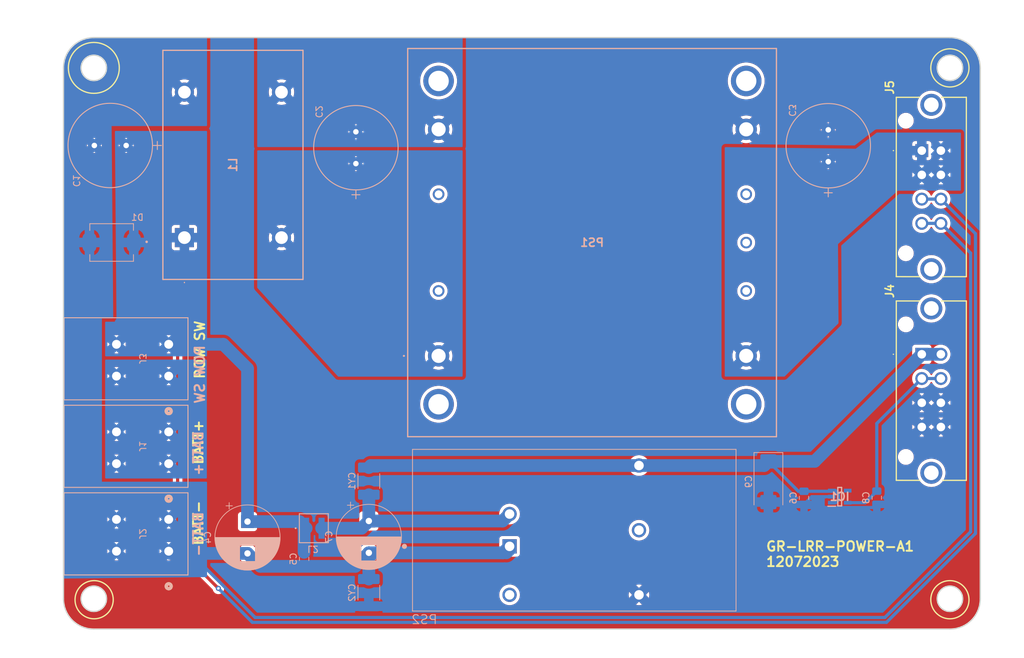
<source format=kicad_pcb>
(kicad_pcb (version 20221018) (generator pcbnew)
  (layers (0 "F.Cu" signal) (31 "B.Cu" signal) (34 "B.Paste" user) (35 "F.Paste" user) (36 "B.SilkS" user "B.Silkscreen") (37 "F.SilkS" user "F.Silkscreen") (38 "B.Mask" user) (39 "F.Mask" user) (44 "Edge.Cuts" user))
  (net 0 "")
  (net 1 "+3.3V")
  (net 2 "+5V")
  (net 3 "+24V")
  (net 4 "GND")
  (net 5 "Net-(PS2-VIN)")
  (net 9 "BATT+")
  (net 10 "BATT-")
  (net 20 "Net-(PS1-+VIN)")
  (net 21 "Net-(PS1--VIN)")
  (net 24 "Net-(J1-Pad1_1)")
  (footprint "FX30B-4P-3.81DSA25:FX30B4P381DSA25" (layer "F.Cu") (at 154.526 38.952 90)
    (fp_text reference "J5" (at 9.936 -5.03 90) (layer "F.SilkS") (effects (font (size 1.27 1.27) (thickness 0.254))))
    (fp_text value "FX30B-4P-3.81DSA25" hide)
    (pad "" np_thru_hole circle (at -16.13 -2.5 90) (size 2 2) (drill 2) (layers "*.Cu" "*.Mask"))
    (pad "" np_thru_hole circle (at 4.7 -2.5 90) (size 2 2) (drill 2) (layers "*.Cu" "*.Mask"))
    (pad "A1" thru_hole rect (at 0 0 90) (size 2.025 2.025) (drill 1.35) (layers "*.Cu" "*.Mask") (net 3 "+24V"))
    (pad "A2" thru_hole circle (at 0 3 90) (size 2.025 2.025) (drill 1.35) (layers "*.Cu" "*.Mask") (net 3 "+24V"))
    (pad "B1" thru_hole circle (at -3.81 0 90) (size 2.025 2.025) (drill 1.35) (layers "*.Cu" "*.Mask") (net 3 "+24V"))
    (pad "B2" thru_hole circle (at -3.81 3 90) (size 2.025 2.025) (drill 1.35) (layers "*.Cu" "*.Mask") (net 3 "+24V"))
    (pad "C1" thru_hole circle (at -7.62 0 90) (size 2.025 2.025) (drill 1.35) (layers "*.Cu" "*.Mask") (net 9 "BATT+"))
    (pad "C2" thru_hole circle (at -7.62 3 90) (size 2.025 2.025) (drill 1.35) (layers "*.Cu" "*.Mask") (net 9 "BATT+"))
    (pad "D1" thru_hole circle (at -11.43 0 90) (size 2.025 2.025) (drill 1.35) (layers "*.Cu" "*.Mask") (net 10 "BATT-"))
    (pad "D2" thru_hole circle (at -11.43 3 90) (size 2.025 2.025) (drill 1.35) (layers "*.Cu" "*.Mask") (net 10 "BATT-"))
    (pad "MH1" thru_hole circle (at 7.2 1.5 90) (size 3.45 3.45) (drill 2.3) (layers "*.Cu" "*.Mask"))
    (pad "MH2" thru_hole circle (at -18.63 1.5 90) (size 3.45 3.45) (drill 2.3) (layers "*.Cu" "*.Mask"))
  )
  (footprint "FX30B-4P-3.81DSA25:FX30B4P381DSA25" (layer "F.Cu") (at 154.526 70.952 90)
    (fp_text reference "J4" (at 9.936 -5.03 90) (layer "F.SilkS") (effects (font (size 1.27 1.27) (thickness 0.254))))
    (fp_text value "FX30B-4P-3.81DSA25" hide)
    (pad "" np_thru_hole circle (at -16.13 -2.5 90) (size 2 2) (drill 2) (layers "F&B.Cu" "*.Mask"))
    (pad "" np_thru_hole circle (at 4.7 -2.5 90) (size 2 2) (drill 2) (layers "F&B.Cu" "*.Mask"))
    (pad "A1" thru_hole rect (at 0 0 90) (size 2.025 2.025) (drill 1.35) (layers "*.Cu" "*.Mask") (net 2 "+5V"))
    (pad "A2" thru_hole circle (at 0 3 90) (size 2.025 2.025) (drill 1.35) (layers "*.Cu" "*.Mask") (net 2 "+5V"))
    (pad "B1" thru_hole circle (at -3.81 0 90) (size 2.025 2.025) (drill 1.35) (layers "*.Cu" "*.Mask") (net 1 "+3.3V"))
    (pad "B2" thru_hole circle (at -3.81 3 90) (size 2.025 2.025) (drill 1.35) (layers "*.Cu" "*.Mask") (net 1 "+3.3V"))
    (pad "C1" thru_hole circle (at -7.62 0 90) (size 2.025 2.025) (drill 1.35) (layers "*.Cu" "*.Mask") (net 4 "GND"))
    (pad "C2" thru_hole circle (at -7.62 3 90) (size 2.025 2.025) (drill 1.35) (layers "*.Cu" "*.Mask") (net 4 "GND"))
    (pad "D1" thru_hole circle (at -11.43 0 90) (size 2.025 2.025) (drill 1.35) (layers "*.Cu" "*.Mask") (net 4 "GND"))
    (pad "D2" thru_hole circle (at -11.43 3 90) (size 2.025 2.025) (drill 1.35) (layers "*.Cu" "*.Mask") (net 4 "GND"))
    (pad "MH1" thru_hole circle (at 7.2 1.5 90) (size 3.45 3.45) (drill 2.3) (layers "*.Cu" "*.Mask"))
    (pad "MH2" thru_hole circle (at -18.63 1.5 90) (size 3.45 3.45) (drill 2.3) (layers "*.Cu" "*.Mask"))
  )
  (footprint "Capacitor_SMD:C_1812_4532Metric_Pad1.57x3.40mm_HandSolder" (layer "B.Cu") (at 67.706 108.409677 -90)
    (fp_text reference "CY2" (at 0 2.65 90) (layer "B.SilkS") (effects (justify mirror)))
    (fp_text value "1nF, 2kV")
    (pad "1" smd roundrect (at -2.1375 0 270) (size 1.575 3.4) (layers "B.Cu" "B.Paste" "B.Mask") (roundrect_rratio 0.1587301587) (net 10 "BATT-"))
    (pad "2" smd roundrect (at 2.1375 0 270) (size 1.575 3.4) (layers "B.Cu" "B.Paste" "B.Mask") (roundrect_rratio 0.1587301587) (net 4 "GND"))
  )
  (footprint "2604-1102:2604-1102" (layer "B.Cu") (at 36.281999 88.142 90)
    (fp_text reference "J1" (at 2.725001 -4.099999 270 unlocked) (layer "B.SilkS") (effects (justify mirror)))
    (fp_text value "BATT1")
    (pad "1_1" thru_hole circle (at 0 0 90) (size 1.905 1.905) (drill 1.397) (layers "*.Cu" "*.Mask") (net 24 "Net-(J1-Pad1_1)"))
    (pad "1_2" thru_hole circle (at 0 -8.199999 90) (size 1.905 1.905) (drill 1.397) (layers "*.Cu" "*.Mask") (net 24 "Net-(J1-Pad1_1)"))
    (pad "2_1" thru_hole circle (at 5 0 90) (size 1.905 1.905) (drill 1.397) (layers "*.Cu" "*.Mask") (net 24 "Net-(J1-Pad1_1)"))
    (pad "2_2" thru_hole circle (at 5 -8.199999 90) (size 1.905 1.905) (drill 1.397) (layers "*.Cu" "*.Mask") (net 24 "Net-(J1-Pad1_1)"))
  )
  (footprint "100PX220MEFC12.5X20:CAP_PK&slash_PZ_12P5X20_LOW_RUB" (layer "B.Cu") (at 139.842 40.684 90)
    (fp_text reference "C3" (at 8.05625 -5.6642 270 unlocked) (layer "B.SilkS") (effects (justify mirror)))
    (fp_text value "100PX220MEFC12.5X20")
    (pad "1" thru_hole circle (at 0 0 90) (size 1.3716 1.3716) (drill 0.8636) (layers "*.Cu" "*.Mask") (net 3 "+24V"))
    (pad "2" thru_hole circle (at 5 0 90) (size 1.3716 1.3716) (drill 0.8636) (layers "*.Cu" "*.Mask") (net 4 "GND"))
  )
  (footprint "Capacitor_THT:CP_Radial_D10.0mm_P5.00mm" (layer "B.Cu") (at 67.706 97.152 -90)
    (fp_text reference "C7" (at 2.5 6.25 90) (layer "B.SilkS") (effects (justify mirror)))
    (fp_text value "330uF, 50V")
    (pad "1" thru_hole rect (at 0 0 270) (size 2 2) (drill 1) (layers "*.Cu" "*.Mask") (net 5 "Net-(PS2-VIN)"))
    (pad "2" thru_hole circle (at 5 0 270) (size 2 2) (drill 1) (layers "*.Cu" "*.Mask") (net 10 "BATT-"))
  )
  (footprint "Capacitor_SMD:C_0805_2012Metric_Pad1.18x1.45mm_HandSolder" (layer "B.Cu") (at 57.546 103.111723 -90)
    (fp_text reference "C5" (at 0 1.68 90) (layer "B.SilkS") (effects (justify mirror)))
    (fp_text value "1uF, 50v")
    (pad "1" smd roundrect (at -1.0375 0 270) (size 1.175 1.45) (layers "B.Cu" "B.Paste" "B.Mask") (roundrect_rratio 0.2127659574) (net 9 "BATT+"))
    (pad "2" smd roundrect (at 1.0375 0 270) (size 1.175 1.45) (layers "B.Cu" "B.Paste" "B.Mask") (roundrect_rratio 0.2127659574) (net 10 "BATT-"))
  )
  (footprint "Capacitor_SMD:C_1812_4532Metric_Pad1.57x3.40mm_HandSolder" (layer "B.Cu") (at 67.706 90.883677 -90)
    (fp_text reference "CY1" (at 0 2.65 90) (layer "B.SilkS") (effects (justify mirror)))
    (fp_text value "1nF, 2kV")
    (pad "1" smd roundrect (at -2.1375 0 270) (size 1.575 3.4) (layers "B.Cu" "B.Paste" "B.Mask") (roundrect_rratio 0.1587301587) (net 2 "+5V"))
    (pad "2" smd roundrect (at 2.1375 0 270) (size 1.575 3.4) (layers "B.Cu" "B.Paste" "B.Mask") (roundrect_rratio 0.1587301587) (net 5 "Net-(PS2-VIN)"))
  )
  (footprint "XGL4018-472MEC:IND_XGL4018_COC-M" (layer "B.Cu") (at 59.07 98.285723)
    (fp_text reference "L2" (at -0.1397 3.2766 -180 unlocked) (layer "B.SilkS") (effects (justify mirror)))
    (fp_text value "4.7uH, 3.1A (4.7UH, 3.3)")
    (pad "1" smd rect (at -1.2192 0) (size 0.9652 3.302) (layers "B.Cu" "B.Paste" "B.Mask") (net 9 "BATT+"))
    (pad "2" smd rect (at 1.2192 0) (size 0.9652 3.302) (layers "B.Cu" "B.Paste" "B.Mask") (net 5 "Net-(PS2-VIN)"))
  )
  (footprint "2604-1102:2604-1102" (layer "B.Cu") (at 36.281999 74.386 90)
    (fp_text reference "J3" (at 2.725001 -4.099999 270 unlocked) (layer "B.SilkS") (effects (justify mirror)))
    (fp_text value "POW_SW")
    (pad "1_1" thru_hole circle (at 0 0 90) (size 1.905 1.905) (drill 1.397) (layers "*.Cu" "*.Mask") (net 24 "Net-(J1-Pad1_1)"))
    (pad "1_2" thru_hole circle (at 0 -8.199999 90) (size 1.905 1.905) (drill 1.397) (layers "*.Cu" "*.Mask") (net 24 "Net-(J1-Pad1_1)"))
    (pad "2_1" thru_hole circle (at 5 0 90) (size 1.905 1.905) (drill 1.397) (layers "*.Cu" "*.Mask") (net 9 "BATT+"))
    (pad "2_2" thru_hole circle (at 5 -8.199999 90) (size 1.905 1.905) (drill 1.397) (layers "*.Cu" "*.Mask") (net 9 "BATT+"))
  )
  (footprint "Capacitor_SMD:C_0805_2012Metric_Pad1.18x1.45mm_HandSolder" (layer "B.Cu") (at 136.032 93.516 -90)
    (fp_text reference "C6" (at 0 1.68 90) (layer "B.SilkS") (effects (justify mirror)))
    (fp_text value "1uF, 10V")
    (pad "1" smd roundrect (at -1.0375 0 270) (size 1.175 1.45) (layers "B.Cu" "B.Paste" "B.Mask") (roundrect_rratio 0.2127659574) (net 2 "+5V"))
    (pad "2" smd roundrect (at 1.0375 0 270) (size 1.175 1.45) (layers "B.Cu" "B.Paste" "B.Mask") (roundrect_rratio 0.2127659574) (net 4 "GND"))
  )
  (footprint "047700:047700" (layer "B.Cu") (at 38.75 52.622 90)
    (fp_text reference "L1" (at 11.43 7.62 90) (layer "B.SilkS") (effects (font (size 1.27 1.27) (thickness 0.254)) (justify mirror)))
    (fp_text value "047700" hide)
    (pad "1" thru_hole rect (at 0 0 90) (size 3 3) (drill 2) (layers "*.Cu" "*.Mask") (net 9 "BATT+"))
    (pad "2" thru_hole circle (at 22.86 0 90) (size 3 3) (drill 2) (layers "*.Cu" "*.Mask") (net 10 "BATT-"))
    (pad "3" thru_hole circle (at 22.86 15.24 90) (size 3 3) (drill 2) (layers "*.Cu" "*.Mask") (net 21 "Net-(PS1--VIN)"))
    (pad "4" thru_hole circle (at 0 15.24 90) (size 3 3) (drill 2) (layers "*.Cu" "*.Mask") (net 20 "Net-(PS1-+VIN)"))
  )
  (footprint "Capacitor_THT:CP_Radial_D10.0mm_P5.00mm" (layer "B.Cu") (at 48.656 97.244323 -90)
    (fp_text reference "C4" (at 2.5 6.25 90) (layer "B.SilkS") (effects (justify mirror)))
    (fp_text value "330uF, 50V")
    (pad "1" thru_hole rect (at 0 0 270) (size 2 2) (drill 1) (layers "*.Cu" "*.Mask") (net 9 "BATT+"))
    (pad "2" thru_hole circle (at 5 0 270) (size 2 2) (drill 1) (layers "*.Cu" "*.Mask") (net 10 "BATT-"))
  )
  (footprint "Capacitor_Tantalum_SMD:CP_EIA-7343-15_Kemet-W_Pad2.25x2.55mm_HandSolder" (layer "B.Cu") (at 130.444 90.976 -90)
    (fp_text reference "C9" (at 0 3.1 90) (layer "B.SilkS") (effects (justify mirror)))
    (fp_text value "470uF, 10V")
    (pad "1" smd roundrect (at -3.2 0 270) (size 2.25 2.55) (layers "B.Cu" "B.Paste" "B.Mask") (roundrect_rratio 0.1111111111) (net 2 "+5V"))
    (pad "2" smd roundrect (at 3.2 0 270) (size 2.25 2.55) (layers "B.Cu" "B.Paste" "B.Mask") (roundrect_rratio 0.1111111111) (net 4 "GND"))
  )
  (footprint "QSB30024S24:QSB30024S24" (layer "B.Cu") (at 78.658 71.204)
    (fp_text reference "PS1" (at 24.1 -17.8) (layer "B.SilkS") (effects (font (size 1.27 1.27) (thickness 0.254)) (justify mirror)))
    (fp_text value "QSB30024S24" hide)
    (pad "1" thru_hole circle (at 0 0) (size 3.345 3.345) (drill 2.23) (layers "*.Cu" "*.Mask") (net 20 "Net-(PS1-+VIN)"))
    (pad "2" thru_hole circle (at 0 -10.2) (size 1.83 1.83) (drill 1.22) (layers "*.Cu" "*.Mask"))
    (pad "3" thru_hole circle (at 0 -25.4) (size 1.83 1.83) (drill 1.22) (layers "*.Cu" "*.Mask"))
    (pad "4" thru_hole circle (at 0 -35.6) (size 3.345 3.345) (drill 2.23) (layers "*.Cu" "*.Mask") (net 21 "Net-(PS1--VIN)"))
    (pad "5" thru_hole circle (at 48.3 -35.6) (size 3.345 3.345) (drill 2.23) (layers "*.Cu" "*.Mask") (net 4 "GND"))
    (pad "6" thru_hole circle (at 48.3 -25.4) (size 1.83 1.83) (drill 1.22) (layers "*.Cu" "*.Mask"))
    (pad "7" thru_hole circle (at 48.3 -17.8) (size 1.83 1.83) (drill 1.22) (layers "*.Cu" "*.Mask"))
    (pad "8" thru_hole circle (at 48.3 -10.2) (size 1.83 1.83) (drill 1.22) (layers "*.Cu" "*.Mask"))
    (pad "9" thru_hole circle (at 48.3 0) (size 3.345 3.345) (drill 2.23) (layers "*.Cu" "*.Mask") (net 3 "+24V"))
    (pad "MH1" thru_hole circle (at 0 7.6) (size 4.8 4.8) (drill 3.2) (layers "*.Cu" "*.Mask"))
    (pad "MH2" thru_hole circle (at 0 -43.2) (size 4.8 4.8) (drill 3.2) (layers "*.Cu" "*.Mask"))
    (pad "MH3" thru_hole circle (at 48.3 7.6) (size 4.8 4.8) (drill 3.2) (layers "*.Cu" "*.Mask"))
    (pad "MH4" thru_hole circle (at 48.3 -43.2) (size 4.8 4.8) (drill 3.2) (layers "*.Cu" "*.Mask"))
  )
  (footprint "PYBE20-Q24-S5:CONV_PYBE20-Q24-S5" (layer "B.Cu") (at 99.964 98.596)
    (fp_text reference "PS2" (at -23.5321 14.0462) (layer "B.SilkS") (effects (font (size 1.4 1.4)) (justify mirror)))
    (fp_text value "PYBE20-Q24-S5")
    (pad "1" thru_hole rect (at -10.16 2.54) (size 2.25 2.25) (drill 1.5) (layers "*.Cu" "*.Mask") (net 10 "BATT-"))
    (pad "2" thru_hole circle (at -10.16 -2.54) (size 2.25 2.25) (drill 1.5) (layers "*.Cu" "*.Mask") (net 5 "Net-(PS2-VIN)"))
    (pad "3" thru_hole circle (at 10.16 -10.16) (size 2.25 2.25) (drill 1.5) (layers "*.Cu" "*.Mask") (net 2 "+5V"))
    (pad "4" thru_hole circle (at 10.16 0) (size 2.25 2.25) (drill 1.5) (layers "*.Cu" "*.Mask"))
    (pad "5" thru_hole circle (at 10.16 10.16) (size 2.25 2.25) (drill 1.5) (layers "*.Cu" "*.Mask") (net 4 "GND"))
    (pad "6" thru_hole circle (at -10.16 10.16) (size 2.25 2.25) (drill 1.5) (layers "*.Cu" "*.Mask"))
  )
  (footprint "TLV75533PDBVR:SOT95P280X145-5N" (layer "B.Cu") (at 141.64 93.328)
    (fp_text reference "IC1" (at 0 0 180) (layer "B.SilkS") (effects (font (size 1.27 1.27) (thickness 0.254)) (justify mirror)))
    (fp_text value "TLV75533PDBVR" hide)
    (pad "1" smd rect (at -1.25 0.95 270) (size 0.6 1.2) (layers "B.Cu" "B.Paste" "B.Mask") (net 2 "+5V"))
    (pad "2" smd rect (at -1.25 0 270) (size 0.6 1.2) (layers "B.Cu" "B.Paste" "B.Mask") (net 4 "GND"))
    (pad "3" smd rect (at -1.25 -0.95 270) (size 0.6 1.2) (layers "B.Cu" "B.Paste" "B.Mask") (net 2 "+5V"))
    (pad "4" smd rect (at 1.25 -0.95 270) (size 0.6 1.2) (layers "B.Cu" "B.Paste" "B.Mask"))
    (pad "5" smd rect (at 1.25 0.95 270) (size 0.6 1.2) (layers "B.Cu" "B.Paste" "B.Mask") (net 1 "+3.3V"))
  )
  (footprint "2604-1102:2604-1102" (layer "B.Cu") (at 36.281999 101.898 90)
    (fp_text reference "J2" (at 2.725001 -4.099999 270 unlocked) (layer "B.SilkS") (effects (justify mirror)))
    (fp_text value "BATT2")
    (pad "1_1" thru_hole circle (at 0 0 90) (size 1.905 1.905) (drill 1.397) (layers "*.Cu" "*.Mask") (net 10 "BATT-"))
    (pad "1_2" thru_hole circle (at 0 -8.199999 90) (size 1.905 1.905) (drill 1.397) (layers "*.Cu" "*.Mask") (net 10 "BATT-"))
    (pad "2_1" thru_hole circle (at 5 0 90) (size 1.905 1.905) (drill 1.397) (layers "*.Cu" "*.Mask") (net 10 "BATT-"))
    (pad "2_2" thru_hole circle (at 5 -8.199999 90) (size 1.905 1.905) (drill 1.397) (layers "*.Cu" "*.Mask") (net 10 "BATT-"))
  )
  (footprint "Capacitor_SMD:C_0805_2012Metric_Pad1.18x1.45mm_HandSolder" (layer "B.Cu") (at 147.462 93.4945 -90)
    (fp_text reference "C8" (at 0 1.68 90) (layer "B.SilkS") (effects (justify mirror)))
    (fp_text value "1uF, 10V")
    (pad "1" smd roundrect (at -1.0375 0 270) (size 1.175 1.45) (layers "B.Cu" "B.Paste" "B.Mask") (roundrect_rratio 0.2127659574) (net 1 "+3.3V"))
    (pad "2" smd roundrect (at 1.0375 0 270) (size 1.175 1.45) (layers "B.Cu" "B.Paste" "B.Mask") (roundrect_rratio 0.2127659574) (net 4 "GND"))
  )
  (footprint "100PX220MEFC12.5X20:CAP_PK&slash_PZ_12P5X20_LOW_RUB" (layer "B.Cu") (at 65.674 40.99325 90)
    (fp_text reference "C2" (at 8.1496 -5.8204 270 unlocked) (layer "B.SilkS") (effects (justify mirror)))
    (fp_text value "100PX220MEFC12.5X20")
    (pad "1" thru_hole circle (at 0 0 90) (size 1.3716 1.3716) (drill 0.8636) (layers "*.Cu" "*.Mask") (net 20 "Net-(PS1-+VIN)"))
    (pad "2" thru_hole circle (at 5 0 90) (size 1.3716 1.3716) (drill 0.8636) (layers "*.Cu" "*.Mask") (net 21 "Net-(PS1--VIN)"))
  )
  (footprint "SMCJ40A:DIOM7959X262N" (layer "B.Cu") (at 27.32 53.384 180)
    (fp_text reference "D1" (at -4.0386 3.937) (layer "B.SilkS") (effects (justify mirror)))
    (fp_text value "SMCJ40A")
    (pad "A" smd roundrect (at 3.485 0 180) (size 2.18 3.12) (layers "B.Cu" "B.Paste" "B.Mask") (roundrect_rratio 0.39) (net 10 "BATT-"))
    (pad "C" smd roundrect (at -3.485 0 180) (size 2.18 3.12) (layers "B.Cu" "B.Paste" "B.Mask") (roundrect_rratio 0.39) (net 9 "BATT+"))
  )
  (footprint "100PX220MEFC12.5X20:CAP_PK&slash_PZ_12P5X20_LOW_RUB" (layer "B.Cu") (at 29.606 38.144 180)
    (fp_text reference "C1" (at 7.82765 -5.5372 270 unlocked) (layer "B.SilkS") (effects (justify mirror)))
    (fp_text value "100PX220MEFC12.5X20")
    (pad "1" thru_hole circle (at 0 0 180) (size 1.3716 1.3716) (drill 0.8636) (layers "*.Cu" "*.Mask") (net 9 "BATT+"))
    (pad "2" thru_hole circle (at 5 0 180) (size 1.3716 1.3716) (drill 0.8636) (layers "*.Cu" "*.Mask") (net 10 "BATT-"))
  )
  (gr_circle (center 158.94 109.518) (end 161.94 109.518) (stroke (width 0.2)) (fill none) (layer "F.SilkS"))
  (gr_circle (center 24.526 25.952) (end 28.526 25.952) (stroke (width 0.2)) (fill none) (layer "F.SilkS"))
  (gr_circle (center 158.94 25.952) (end 161.94 25.952) (stroke (width 0.2)) (fill none) (layer "F.SilkS"))
  (gr_circle (center 24.574 109.518) (end 27.574 109.518) (stroke (width 0.2)) (fill none) (layer "F.SilkS"))
  (gr_arc (start 163.71094 109.37124) (mid 162.316029 112.738826) (end 158.94844 114.13374) (stroke (width 0.2)) (layer "Edge.Cuts"))
  (gr_arc (start 24.526 114.13374) (mid 21.158404 112.738836) (end 19.7635 109.37124) (stroke (width 0.2)) (layer "Edge.Cuts"))
  (gr_line (start 24.526 21.1895) (end 158.94844 21.1895) (stroke (width 0.2)) (layer "Edge.Cuts"))
  (gr_circle (center 24.526 109.37124) (end 26.526 109.37124) (stroke (width 0.2)) (fill none) (layer "Edge.Cuts"))
  (gr_arc (start 19.7635 25.952) (mid 21.158404 22.584404) (end 24.526 21.1895) (stroke (width 0.2)) (layer "Edge.Cuts"))
  (gr_circle (center 24.526 25.952) (end 26.526 25.952) (stroke (width 0.2)) (fill none) (layer "Edge.Cuts"))
  (gr_arc (start 158.94844 21.1895) (mid 162.316038 22.584403) (end 163.71094 25.952) (stroke (width 0.2)) (layer "Edge.Cuts"))
  (gr_circle (center 158.94844 109.37124) (end 160.94844 109.37124) (stroke (width 0.2)) (fill none) (layer "Edge.Cuts"))
  (gr_circle (center 158.94844 25.952) (end 160.94844 25.952) (stroke (width 0.2)) (fill none) (layer "Edge.Cuts"))
  (gr_line (start 163.71094 25.952) (end 163.71094 109.37124) (stroke (width 0.2)) (layer "Edge.Cuts"))
  (gr_line (start 24.526 114.13374) (end 158.94844 114.13374) (stroke (width 0.2)) (layer "Edge.Cuts"))
  (gr_line (start 19.7635 25.952) (end 19.7635 109.37124) (stroke (width 0.2)) (layer "Edge.Cuts"))
  (gr_text "BATT-" (at 41.798 95.548 90) (layer "B.SilkS") (effects (font (size 1.5 1.5) (thickness 0.3) bold) (justify left bottom mirror)))
  (gr_text "POW SW" (at 42.052 69.386 90) (layer "B.SilkS") (effects (font (size 1.5 1.5) (thickness 0.3) bold) (justify left bottom mirror)))
  (gr_text "BATT+" (at 41.798 82.848 90) (layer "B.SilkS") (effects (font (size 1.5 1.5) (thickness 0.3) bold) (justify left bottom mirror)))
  (gr_text "BATT+" (at 41.798 88.436 90) (layer "F.SilkS") (effects (font (size 1.5 1.5) (thickness 0.3) bold) (justify left bottom)))
  (gr_text "BATT-" (at 41.798 101.136 90) (layer "F.SilkS") (effects (font (size 1.5 1.5) (thickness 0.3) bold) (justify left bottom)))
  (gr_text "GR-LRR-POWER-A1\n12072023" (at 129.936 104.438) (layer "F.SilkS") (effects (font (size 1.5 1.5) (thickness 0.3) bold) (justify left bottom)))
  (gr_text "POW SW" (at 42.052 74.974 90) (layer "F.SilkS") (effects (font (size 1.5 1.5) (thickness 0.3) bold) (justify left bottom)))
  (segment (start 147.462 92.457) (end 147.462 81.826) (width 0.5) (layer "B.Cu") (net 1))
  (segment (start 142.89 94.278) (end 145.641 94.278) (width 0.5) (layer "B.Cu") (net 1))
  (segment (start 147.462 81.826) (end 154.526 74.762) (width 0.5) (layer "B.Cu") (net 1))
  (segment (start 154.526 74.762) (end 157.526 74.762) (width 0.5) (layer "B.Cu") (net 1))
  (segment (start 145.641 94.278) (end 147.462 92.457) (width 0.5) (layer "B.Cu") (net 1))
  (segment (start 110.124 88.436) (end 68.016177 88.436) (width 2) (layer "B.Cu") (net 2))
  (segment (start 68.016177 88.436) (end 67.706 88.746177) (width 2) (layer "B.Cu") (net 2))
  (segment (start 140.99 92.378) (end 140.39 92.378) (width 0.5) (layer "B.Cu") (net 2))
  (segment (start 140.39 94.278) (end 140.99 94.278) (width 0.5) (layer "B.Cu") (net 2))
  (segment (start 130.444 87.776) (end 137.702 87.776) (width 2) (layer "B.Cu") (net 2))
  (segment (start 137.702 87.776) (end 154.526 70.952) (width 2) (layer "B.Cu") (net 2))
  (segment (start 154.526 70.952) (end 157.526 70.952) (width 2) (layer "B.Cu") (net 2))
  (segment (start 141.44 92.828) (end 140.99 92.378) (width 0.5) (layer "B.Cu") (net 2))
  (segment (start 135.1465 92.4785) (end 130.444 87.776) (width 0.5) (layer "B.Cu") (net 2))
  (segment (start 140.2895 92.4785) (end 140.39 92.378) (width 0.5) (layer "B.Cu") (net 2))
  (segment (start 136.032 92.4785) (end 140.2895 92.4785) (width 0.5) (layer "B.Cu") (net 2))
  (segment (start 129.784 88.436) (end 130.444 87.776) (width 2) (layer "B.Cu") (net 2))
  (segment (start 110.124 88.436) (end 129.784 88.436) (width 2) (layer "B.Cu") (net 2))
  (segment (start 136.032 92.4785) (end 135.1465 92.4785) (width 0.5) (layer "B.Cu") (net 2))
  (segment (start 141.44 93.828) (end 141.44 92.828) (width 0.5) (layer "B.Cu") (net 2))
  (segment (start 140.99 94.278) (end 141.44 93.828) (width 0.5) (layer "B.Cu") (net 2))
  (segment (start 137.2575 93.328) (end 136.032 94.5535) (width 0.5) (layer "B.Cu") (net 4))
  (segment (start 130.8215 94.5535) (end 130.444 94.176) (width 0.5) (layer "B.Cu") (net 4))
  (segment (start 136.5065 95.028) (end 136.032 94.5535) (width 0.5) (layer "B.Cu") (net 4))
  (segment (start 140.39 93.328) (end 137.2575 93.328) (width 0.5) (layer "B.Cu") (net 4))
  (segment (start 146.966 95.028) (end 136.5065 95.028) (width 0.5) (layer "B.Cu") (net 4))
  (segment (start 139.762 35.604) (end 139.842 35.684) (width 1) (layer "B.Cu") (net 4))
  (segment (start 136.032 94.5535) (end 130.8215 94.5535) (width 0.5) (layer "B.Cu") (net 4))
  (segment (start 147.462 94.532) (end 146.966 95.028) (width 0.5) (layer "B.Cu") (net 4))
  (segment (start 67.706 97.152) (end 67.706 93.021177) (width 2) (layer "B.Cu") (net 5))
  (segment (start 88.708 97.152) (end 89.804 96.056) (width 2) (layer "B.Cu") (net 5))
  (segment (start 60.2892 98.285723) (end 66.572277 98.285723) (width 2) (layer "B.Cu") (net 5))
  (segment (start 66.572277 98.285723) (end 67.706 97.152) (width 2) (layer "B.Cu") (net 5))
  (segment (start 67.706 97.152) (end 88.708 97.152) (width 2) (layer "B.Cu") (net 5))
  (segment (start 44.084 107.74) (end 37.684499 101.340499) (width 0.5) (layer "F.Cu") (net 9))
  (segment (start 37.684499 101.340499) (end 37.684499 70.7885) (width 0.5) (layer "F.Cu") (net 9))
  (segment (start 37.684499 70.7885) (end 36.281999 69.386) (width 0.5) (layer "F.Cu") (net 9))
  (via (at 44.084 107.74) (size 0.8) (drill 0.4) (layers "F.Cu" "B.Cu") (net 9))
  (segment (start 162.956 52.002) (end 162.956 99.104) (width 0.5) (layer "B.Cu") (net 9))
  (segment (start 44.846 69.386) (end 36.281999 69.386) (width 2) (layer "B.Cu") (net 9))
  (segment (start 148.986 113.074) (end 49.418 113.074) (width 0.5) (layer "B.Cu") (net 9))
  (segment (start 56.8094 97.244323) (end 57.8508 98.285723) (width 2) (layer "B.Cu") (net 9))
  (segment (start 157.526 46.572) (end 162.956 52.002) (width 0.5) (layer "B.Cu") (net 9))
  (segment (start 57.546 98.590523) (end 57.8508 98.285723) (width 2) (layer "B.Cu") (net 9))
  (segment (start 48.656 73.196) (end 44.846 69.386) (width 2) (layer "B.Cu") (net 9))
  (segment (start 48.656 97.244323) (end 48.656 73.196) (width 2) (layer "B.Cu") (net 9))
  (segment (start 49.418 113.074) (end 44.084 107.74) (width 0.5) (layer "B.Cu") (net 9))
  (segment (start 157.526 46.572) (end 154.526 46.572) (width 0.5) (layer "B.Cu") (net 9))
  (segment (start 57.546 102.074223) (end 57.546 98.590523) (width 2) (layer "B.Cu") (net 9))
  (segment (start 48.656 97.244323) (end 56.8094 97.244323) (width 2) (layer "B.Cu") (net 9))
  (segment (start 162.956 99.104) (end 148.986 113.074) (width 0.5) (layer "B.Cu") (net 9))
  (segment (start 49.858082 112.312) (end 39.444082 101.898) (width 0.5) (layer "B.Cu") (net 10))
  (segment (start 48.309677 101.898) (end 48.656 102.244323) (width 1) (layer "B.Cu") (net 10))
  (segment (start 36.556323 102.244323) (end 36.21 101.898) (width 2) (layer "B.Cu") (net 10))
  (segment (start 162.194 55.05) (end 162.194 98.85) (width 0.5) (layer "B.Cu") (net 10))
  (segment (start 65.583777 104.274223) (end 50.6859 104.274223) (width 2) (layer "B.Cu") (net 10))
  (segment (start 157.526 50.382) (end 162.194 55.05) (width 0.5) (layer "B.Cu") (net 10))
  (segment (start 48.656 102.244323) (end 36.556323 102.244323) (width 2) (layer "B.Cu") (net 10))
  (segment (start 67.706 102.152) (end 65.583777 104.274223) (width 2) (layer "B.Cu") (net 10))
  (segment (start 162.194 98.85) (end 148.732 112.312) (width 0.5) (layer "B.Cu") (net 10))
  (segment (start 148.732 112.312) (end 49.858082 112.312) (width 0.5) (layer "B.Cu") (net 10))
  (segment (start 157.526 50.382) (end 154.526 50.382) (width 0.5) (layer "B.Cu") (net 10))
  (segment (start 67.706 102.152) (end 88.788 102.152) (width 2) (layer "B.Cu") (net 10))
  (segment (start 39.444082 101.898) (end 36.21 101.898) (width 0.5) (layer "B.Cu") (net 10))
  (segment (start 88.788 102.152) (end 89.804 101.136) (width 2) (layer "B.Cu") (net 10))
  (segment (start 89.296 102.152) (end 89.804 101.644) (width 2) (layer "B.Cu") (net 10))
  (segment (start 67.706 106.272177) (end 67.706 102.152) (width 2) (layer "B.Cu") (net 10))
  (segment (start 50.6859 104.274223) (end 48.656 102.244323) (width 2) (layer "B.Cu") (net 10))
  (zone (net 4) (net_name "GND") (layer "F.Cu") (priority 2) (connect_pads (clearance 0.5)) (min_thickness 0.25) (fill yes (thermal_gap 0.5) (thermal_bridge_width 1.5))
    (polygon (pts (xy 169.052 117.138) (xy 9.794 118.662) (xy 14.366 16.3) (xy 170.576 15.284)))
  )
  (zone (net 20) (net_name "Net-(PS1-+VIN)") (layer "B.Cu") (priority 2) (connect_pads (clearance 0.5)) (min_thickness 0.25) (fill yes (thermal_gap 0.5) (thermal_bridge_width 1.5))
    (polygon (pts (xy 50.18 38.906) (xy 82.438 38.906) (xy 82.438 74.466) (xy 62.88 74.466) (xy 50.18 60.496)))
  )
  (zone (net 9) (net_name "BATT+") (layer "B.Cu") (priority 2) (connect_pads (clearance 0.5)) (min_thickness 0.25) (fill yes (thermal_gap 0.5) (thermal_bridge_width 1.5))
    (polygon (pts (xy 42.306 35.858) (xy 27.572136 35.858) (xy 27.828 65.83) (xy 26.05 65.83) (xy 26.05 71.672) (xy 42.304136 71.672)))
  )
  (zone (net 21) (net_name "Net-(PS1--VIN)") (layer "B.Cu") (priority 2) (connect_pads (clearance 0.5)) (min_thickness 0.25) (fill yes (thermal_gap 0.5) (thermal_bridge_width 1.5))
    (polygon (pts (xy 50.18 19.348) (xy 82.438 19.602) (xy 82.438 38.398) (xy 50.18 38.398)))
  )
  (zone (net 24) (net_name "Net-(J1-Pad1_1)") (layer "B.Cu") (priority 2) (connect_pads (clearance 0.5)) (min_thickness 0.25) (fill yes (thermal_gap 0.5) (thermal_bridge_width 1.5))
    (polygon (pts (xy 26.017104 71.785741) (xy 42.273104 71.785741) (xy 42.273104 90.722) (xy 26.017104 90.835741)))
  )
  (zone (net 10) (net_name "BATT-") (layer "B.Cu") (priority 2) (connect_pads (clearance 0.5)) (min_thickness 0.25) (fill yes (thermal_gap 0.5) (thermal_bridge_width 1.5))
    (polygon (pts (xy 42.306 35.096) (xy 42.306 20.11) (xy 17.414 20.11) (xy 17.414 106.216) (xy 42.306 105.962) (xy 42.306 90.976) (xy 25.796 90.976) (xy 25.796 65.322) (xy 27.574 65.322) (xy 27.32 35.096)))
  )
  (zone (net 3) (net_name "+24V") (layer "B.Cu") (priority 2) (connect_pads (clearance 0.5)) (min_thickness 0.25) (fill yes (thermal_gap 0.5) (thermal_bridge_width 1.5))
    (polygon (pts (xy 123.586 38.398) (xy 144.16 38.652) (xy 147.462 36.112) (xy 160.67 36.112) (xy 160.67 45.2478) (xy 150.764 45.256) (xy 141.373844 53.638) (xy 141.453771 66.084) (xy 132.984 74.4578) (xy 123.586 74.4578)))
  )
  (zone (net 4) (net_name "GND") (layer "B.Cu") (priority 1) (connect_pads (clearance 0.5)) (min_thickness 0.25) (fill yes (thermal_gap 0.5) (thermal_bridge_width 1.5))
    (polygon (pts (xy 13.859963 16.160649) (xy 167.782 15.906649) (xy 167.782 118.408) (xy 13.604 118.408)))
  )
)
</source>
